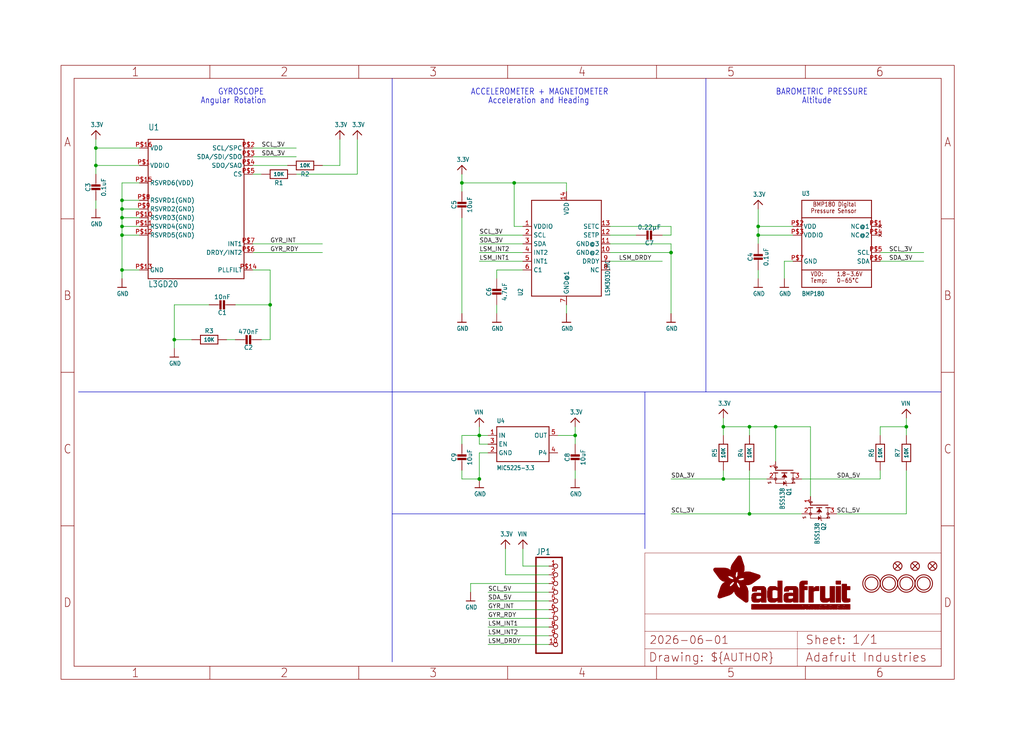
<source format=kicad_sch>
(kicad_sch (version 20230121) (generator eeschema)
  (paper "User" 298.45 217.322)
  (lib_symbols
    (symbol "working-eagle-import:3.3V" (power)
      (property "Value" "3.3V" (at -1.524 1.016 0))
      (symbol "3.3V_1_0"
        (pin power_in line (at 0 -2.54 90) (length 2.54) (name "3.3V") (number "1"))
      )
    )
    (symbol "working-eagle-import:BMP180EXT"
      (property "Reference" "U" (at -10.16 13.97 0))
      (symbol "BMP180EXT_1_0"
        (text "0-65°C" (at 0 -11.43 0) (effects (font (size 1.27 1.0795)) (justify left bottom)))
        (text "1.8-3.6V" (at 0 -9.525 0) (effects (font (size 1.27 1.0795)) (justify left bottom)))
        (text "BMP180 Digital" (at -6.985 10.795 0) (effects (font (size 1.27 1.0795)) (justify left bottom)))
        (text "Pressure Sensor" (at -7.62 8.89 0) (effects (font (size 1.27 1.0795)) (justify left bottom)))
        (text "Temp:" (at -7.62 -11.43 0) (effects (font (size 1.27 1.0795)) (justify left bottom)))
        (text "VDD:" (at -7.62 -9.525 0) (effects (font (size 1.27 1.0795)) (justify left bottom)))
        (pin no_connect line (at 12.7 5.08 180) (length 2.54) (name "NC@1") (number "P$1"))
        (pin power_in line (at -12.7 5.08 0) (length 2.54) (name "VDD") (number "P$2"))
        (pin power_in line (at -12.7 2.54 0) (length 2.54) (name "VDDIO") (number "P$3"))
        (pin no_connect line (at 12.7 2.54 180) (length 2.54) (name "NC@2") (number "P$4"))
        (pin bidirectional line (at 12.7 -2.54 180) (length 2.54) (name "SCL") (number "P$5"))
        (pin bidirectional line (at 12.7 -5.08 180) (length 2.54) (name "SDA") (number "P$6"))
        (pin power_in line (at -12.7 -5.08 0) (length 2.54) (name "GND") (number "P$7"))
      )
    )
    (symbol "working-eagle-import:CAP_CERAMIC_0805MP"
      (property "Reference" "C" (at -2.29 1.25 90))
      (symbol "CAP_CERAMIC_0805MP_1_0"
        (pin passive line (at 0 5.08 270) (length 2.54) (name "1") (number "1"))
        (pin passive line (at 0 -2.54 90) (length 2.54) (name "2") (number "2"))
      )
    )
    (symbol "working-eagle-import:FIDUCIAL{dblquote}{dblquote}")
    (symbol "working-eagle-import:FRAME_A4_ADAFRUIT"
      (symbol "FRAME_A4_ADAFRUIT_1_0"
        (text "${#}/${##}" (at 230.505 10.16 0) (effects (font (size 2.54 2.54)) (justify left bottom)))
        (text "${AUTHOR}" (at 189.23 5.08 0) (effects (font (size 2.286 2.286)) (justify left bottom)))
        (text "${CURRENT_DATE}" (at 171.45 10.16 0) (effects (font (size 2.286 2.286)) (justify left bottom)))
        (text "${PROJECTNAME}" (at 171.45 15.24 0) (effects (font (size 2.54 2.54)) (justify left bottom)))
        (text "1" (at 21.6958 1.905 0) (effects (font (size 2.54 2.286))))
        (text "1" (at 21.6958 177.165 0) (effects (font (size 2.54 2.286))))
        (text "2" (at 65.0875 1.905 0) (effects (font (size 2.54 2.286))))
        (text "2" (at 65.0875 177.165 0) (effects (font (size 2.54 2.286))))
        (text "3" (at 108.4792 1.905 0) (effects (font (size 2.54 2.286))))
        (text "3" (at 108.4792 177.165 0) (effects (font (size 2.54 2.286))))
        (text "4" (at 151.8708 1.905 0) (effects (font (size 2.54 2.286))))
        (text "4" (at 151.8708 177.165 0) (effects (font (size 2.54 2.286))))
        (text "5" (at 195.2625 1.905 0) (effects (font (size 2.54 2.286))))
        (text "5" (at 195.2625 177.165 0) (effects (font (size 2.54 2.286))))
        (text "6" (at 238.6542 1.905 0) (effects (font (size 2.54 2.286))))
        (text "6" (at 238.6542 177.165 0) (effects (font (size 2.54 2.286))))
        (text "A" (at 1.905 156.6863 0) (effects (font (size 2.54 2.286))))
        (text "A" (at 258.445 156.6863 0) (effects (font (size 2.54 2.286))))
        (text "Adafruit Industries" (at 216.916 4.953 0) (effects (font (size 2.54 2.54)) (justify left bottom)))
        (text "B" (at 1.905 111.9188 0) (effects (font (size 2.54 2.286))))
        (text "B" (at 258.445 111.9188 0) (effects (font (size 2.54 2.286))))
        (text "C" (at 1.905 67.1513 0) (effects (font (size 2.54 2.286))))
        (text "C" (at 258.445 67.1513 0) (effects (font (size 2.54 2.286))))
        (text "D" (at 1.905 22.3838 0) (effects (font (size 2.54 2.286))))
        (text "D" (at 258.445 22.3838 0) (effects (font (size 2.54 2.286))))
        (text "Drawing:" (at 171.196 4.953 0) (effects (font (size 2.54 2.54)) (justify left bottom)))
        (text "Sheet:" (at 216.916 10.033 0) (effects (font (size 2.54 2.54)) (justify left bottom)))
      )
    )
    (symbol "working-eagle-import:GND" (power)
      (property "Value" "GND" (at -1.524 -2.54 0))
      (symbol "GND_1_0"
        (pin power_in line (at 0 2.54 270) (length 2.54) (name "GND") (number "1"))
      )
    )
    (symbol "working-eagle-import:GYRO_L3G2400D"
      (property "Reference" "U" (at -15.24 22.86 0))
      (symbol "GYRO_L3G2400D_1_0"
        (pin power_in line (at -17.78 12.7 0) (length 2.54) (name "VDDIO") (number "P$1"))
        (pin bidirectional line (at -17.78 -2.54 0) (length 2.54) (name "RSVRD3(GND)") (number "P$10"))
        (pin bidirectional line (at -17.78 -5.08 0) (length 2.54) (name "RSVRD4(GND)") (number "P$11"))
        (pin bidirectional line (at -17.78 -7.62 0) (length 2.54) (name "RSVRD5(GND)") (number "P$12"))
        (pin bidirectional line (at -17.78 -17.78 0) (length 2.54) (name "GND") (number "P$13"))
        (pin bidirectional line (at 15.24 -17.78 180) (length 2.54) (name "PLLFILT") (number "P$14"))
        (pin bidirectional line (at -17.78 7.62 0) (length 2.54) (name "RSVRD6(VDD)") (number "P$15"))
        (pin bidirectional line (at -17.78 17.78 0) (length 2.54) (name "VDD") (number "P$16"))
        (pin bidirectional line (at 15.24 17.78 180) (length 2.54) (name "SCL/SPC") (number "P$2"))
        (pin bidirectional line (at 15.24 15.24 180) (length 2.54) (name "SDA/SDI/SDO") (number "P$3"))
        (pin bidirectional line (at 15.24 12.7 180) (length 2.54) (name "SDO/SAO") (number "P$4"))
        (pin bidirectional line (at 15.24 10.16 180) (length 2.54) (name "CS") (number "P$5"))
        (pin bidirectional line (at 15.24 -12.7 180) (length 2.54) (name "DRDY/INT2") (number "P$6"))
        (pin bidirectional line (at 15.24 -10.16 180) (length 2.54) (name "INT1") (number "P$7"))
        (pin bidirectional line (at -17.78 2.54 0) (length 2.54) (name "RSVRD1(GND)") (number "P$8"))
        (pin bidirectional line (at -17.78 0 0) (length 2.54) (name "RSVRD2(GND)") (number "P$9"))
      )
    )
    (symbol "working-eagle-import:HEADER-1X10ROUND"
      (property "Reference" "JP" (at -6.35 13.335 0))
      (symbol "HEADER-1X10ROUND_1_0"
        (pin passive inverted (at -2.54 10.16 0) (length 2.54) (name "1") (number "1"))
        (pin passive inverted (at -2.54 -12.7 0) (length 2.54) (name "10") (number "10"))
        (pin passive inverted (at -2.54 7.62 0) (length 2.54) (name "2") (number "2"))
        (pin passive inverted (at -2.54 5.08 0) (length 2.54) (name "3") (number "3"))
        (pin passive inverted (at -2.54 2.54 0) (length 2.54) (name "4") (number "4"))
        (pin passive inverted (at -2.54 0 0) (length 2.54) (name "5") (number "5"))
        (pin passive inverted (at -2.54 -2.54 0) (length 2.54) (name "6") (number "6"))
        (pin passive inverted (at -2.54 -5.08 0) (length 2.54) (name "7") (number "7"))
        (pin passive inverted (at -2.54 -7.62 0) (length 2.54) (name "8") (number "8"))
        (pin passive inverted (at -2.54 -10.16 0) (length 2.54) (name "9") (number "9"))
      )
    )
    (symbol "working-eagle-import:LSM303DLHC"
      (property "Reference" "U" (at -12.7 12.7 0))
      (symbol "LSM303DLHC_1_0"
        (pin power_in line (at 7.62 12.7 270) (length 2.54) (name "VDDIO") (number "1"))
        (pin power_in line (at 0 -12.7 90) (length 2.54) (name "GND@2") (number "10"))
        (pin power_in line (at 2.54 -12.7 90) (length 2.54) (name "GND@3") (number "11"))
        (pin bidirectional line (at 5.08 -12.7 90) (length 2.54) (name "SETP") (number "12"))
        (pin bidirectional line (at 7.62 -12.7 90) (length 2.54) (name "SETC") (number "13"))
        (pin power_in line (at 17.78 0 180) (length 2.54) (name "VDD") (number "14"))
        (pin bidirectional line (at 5.08 12.7 270) (length 2.54) (name "SCL") (number "2"))
        (pin bidirectional line (at 2.54 12.7 270) (length 2.54) (name "SDA") (number "3"))
        (pin output line (at 0 12.7 270) (length 2.54) (name "INT2") (number "4"))
        (pin output line (at -2.54 12.7 270) (length 2.54) (name "INT1") (number "5"))
        (pin bidirectional line (at -5.08 12.7 270) (length 2.54) (name "C1") (number "6"))
        (pin power_in line (at -15.24 0 0) (length 2.54) (name "GND@1") (number "7"))
        (pin bidirectional line (at -5.08 -12.7 90) (length 2.54) (name "NC") (number "8"))
        (pin output line (at -2.54 -12.7 90) (length 2.54) (name "DRDY") (number "9"))
      )
    )
    (symbol "working-eagle-import:MOSFET-NWIDE"
      (property "Reference" "Q" (at 5.08 0.635 0))
      (symbol "MOSFET-NWIDE_1_0"
        (text "D" (at 3.175 3.175 0) (effects (font (size 0.8128 0.6908)) (justify left bottom)))
        (text "G" (at -1.27 -1.905 0) (effects (font (size 0.8128 0.6908)) (justify left bottom)))
        (text "S" (at 3.175 -3.81 0) (effects (font (size 0.8128 0.6908)) (justify left bottom)))
        (pin bidirectional line (at -2.54 -2.54 0) (length 2.54) (name "G") (number "1"))
        (pin bidirectional line (at 2.54 -5.08 90) (length 2.54) (name "S") (number "2"))
        (pin bidirectional line (at 2.54 5.08 270) (length 2.54) (name "D") (number "3"))
      )
    )
    (symbol "working-eagle-import:MOUNTINGHOLE2.5_THICK")
    (symbol "working-eagle-import:RESISTOR_0805MP"
      (property "Reference" "R" (at 0 2.54 0))
      (symbol "RESISTOR_0805MP_1_0"
        (pin passive line (at -5.08 0 0) (length 2.54) (name "1") (number "1"))
        (pin passive line (at 5.08 0 180) (length 2.54) (name "2") (number "2"))
      )
    )
    (symbol "working-eagle-import:VIN" (power)
      (property "Value" "VIN" (at -1.524 1.016 0))
      (symbol "VIN_1_0"
        (pin power_in line (at 0 -2.54 90) (length 2.54) (name "VIN") (number "1"))
      )
    )
    (symbol "working-eagle-import:VREG_SOT23-5"
      (property "Reference" "U" (at -7.62 6.096 0))
      (symbol "VREG_SOT23-5_1_0"
        (pin power_in line (at -10.16 2.54 0) (length 2.54) (name "IN") (number "1"))
        (pin power_in line (at -10.16 -2.54 0) (length 2.54) (name "GND") (number "2"))
        (pin input line (at -10.16 0 0) (length 2.54) (name "EN") (number "3"))
        (pin bidirectional line (at 10.16 -2.54 180) (length 2.54) (name "P4") (number "4"))
        (pin power_in line (at 10.16 2.54 180) (length 2.54) (name "OUT") (number "5"))
      )
    )
  )
  (junction (at 35.56 58.42))
  (junction (at 220.98 68.58))
  (junction (at 167.64 127))
  (junction (at 220.98 66.04))
  (junction (at 134.62 53.34))
  (junction (at 264.16 124.46))
  (junction (at 35.56 66.04))
  (junction (at 210.82 139.7))
  (junction (at 139.7 127))
  (junction (at 35.56 60.96))
  (junction (at 27.94 48.26))
  (junction (at 50.8 99.06))
  (junction (at 218.44 149.86))
  (junction (at 218.44 124.46))
  (junction (at 35.56 63.5))
  (junction (at 210.82 124.46))
  (junction (at 78.74 88.9))
  (junction (at 139.7 139.7))
  (junction (at 35.56 78.74))
  (junction (at 149.86 53.34))
  (junction (at 35.56 68.58))
  (junction (at 27.94 43.18))
  (junction (at 226.06 124.46))
  (junction (at 195.58 73.66))
  (wire (pts (xy 160.02 185.42) (xy 142.24 185.42)) (stroke (width 0.1524)))
  (wire (pts (xy 152.4 71.12) (xy 139.7 71.12)) (stroke (width 0.1524)))
  (wire (pts (xy 160.02 182.88) (xy 142.24 182.88)) (stroke (width 0.1524)))
  (wire (pts (xy 256.54 124.46) (xy 264.16 124.46)) (stroke (width 0.1524)))
  (wire (pts (xy 139.7 127) (xy 139.7 124.46)) (stroke (width 0.1524)))
  (wire (pts (xy 160.02 172.72) (xy 142.24 172.72)) (stroke (width 0.1524)))
  (wire (pts (xy 152.4 76.2) (xy 139.7 76.2)) (stroke (width 0.1524)))
  (wire (pts (xy 40.64 53.34) (xy 35.56 53.34)) (stroke (width 0.1524)))
  (wire (pts (xy 226.06 124.46) (xy 226.06 134.62)) (stroke (width 0.1524)))
  (wire (pts (xy 152.4 73.66) (xy 139.7 73.66)) (stroke (width 0.1524)))
  (wire (pts (xy 40.64 68.58) (xy 35.56 68.58)) (stroke (width 0.1524)))
  (wire (pts (xy 73.66 71.12) (xy 93.98 71.12)) (stroke (width 0.1524)))
  (wire (pts (xy 104.14 50.8) (xy 104.14 40.64)) (stroke (width 0.1524)))
  (wire (pts (xy 149.86 66.04) (xy 149.86 53.34)) (stroke (width 0.1524)))
  (wire (pts (xy 256.54 76.2) (xy 269.24 76.2)) (stroke (width 0.1524)))
  (wire (pts (xy 27.94 50.8) (xy 27.94 48.26)) (stroke (width 0.1524)))
  (wire (pts (xy 134.62 137.16) (xy 134.62 139.7)) (stroke (width 0.1524)))
  (wire (pts (xy 68.58 88.9) (xy 78.74 88.9)) (stroke (width 0.1524)))
  (wire (pts (xy 152.4 66.04) (xy 149.86 66.04)) (stroke (width 0.1524)))
  (wire (pts (xy 27.94 48.26) (xy 27.94 43.18)) (stroke (width 0.1524)))
  (wire (pts (xy 142.24 180.34) (xy 160.02 180.34)) (stroke (width 0.1524)))
  (wire (pts (xy 40.64 43.18) (xy 27.94 43.18)) (stroke (width 0.1524)))
  (wire (pts (xy 40.64 66.04) (xy 35.56 66.04)) (stroke (width 0.1524)))
  (wire (pts (xy 93.98 48.26) (xy 99.06 48.26)) (stroke (width 0.1524)))
  (wire (pts (xy 27.94 58.42) (xy 27.94 60.96)) (stroke (width 0.1524)))
  (wire (pts (xy 134.62 63.5) (xy 134.62 91.44)) (stroke (width 0.1524)))
  (wire (pts (xy 160.02 170.18) (xy 137.16 170.18)) (stroke (width 0.1524)))
  (wire (pts (xy 60.96 88.9) (xy 50.8 88.9)) (stroke (width 0.1524)))
  (wire (pts (xy 195.58 71.12) (xy 195.58 73.66)) (stroke (width 0.1524)))
  (wire (pts (xy 218.44 127) (xy 218.44 124.46)) (stroke (width 0.1524)))
  (polyline (pts (xy 114.3 114.3) (xy 187.96 114.3)) (stroke (width 0.1524) (type solid)))
  (wire (pts (xy 142.24 177.8) (xy 160.02 177.8)) (stroke (width 0.1524)))
  (polyline (pts (xy 187.96 160.02) (xy 187.96 149.86)) (stroke (width 0.1524) (type solid)))
  (wire (pts (xy 167.64 127) (xy 167.64 124.46)) (stroke (width 0.1524)))
  (wire (pts (xy 40.64 58.42) (xy 35.56 58.42)) (stroke (width 0.1524)))
  (wire (pts (xy 73.66 45.72) (xy 86.36 45.72)) (stroke (width 0.1524)))
  (wire (pts (xy 231.14 68.58) (xy 220.98 68.58)) (stroke (width 0.1524)))
  (wire (pts (xy 76.2 99.06) (xy 78.74 99.06)) (stroke (width 0.1524)))
  (wire (pts (xy 177.8 73.66) (xy 195.58 73.66)) (stroke (width 0.1524)))
  (wire (pts (xy 55.88 99.06) (xy 50.8 99.06)) (stroke (width 0.1524)))
  (wire (pts (xy 68.58 99.06) (xy 66.04 99.06)) (stroke (width 0.1524)))
  (wire (pts (xy 236.22 124.46) (xy 236.22 144.78)) (stroke (width 0.1524)))
  (wire (pts (xy 134.62 55.88) (xy 134.62 53.34)) (stroke (width 0.1524)))
  (wire (pts (xy 35.56 66.04) (xy 35.56 68.58)) (stroke (width 0.1524)))
  (wire (pts (xy 134.62 127) (xy 139.7 127)) (stroke (width 0.1524)))
  (wire (pts (xy 78.74 99.06) (xy 78.74 88.9)) (stroke (width 0.1524)))
  (wire (pts (xy 134.62 139.7) (xy 139.7 139.7)) (stroke (width 0.1524)))
  (wire (pts (xy 264.16 149.86) (xy 264.16 137.16)) (stroke (width 0.1524)))
  (wire (pts (xy 40.64 63.5) (xy 35.56 63.5)) (stroke (width 0.1524)))
  (wire (pts (xy 73.66 50.8) (xy 76.2 50.8)) (stroke (width 0.1524)))
  (wire (pts (xy 160.02 167.64) (xy 147.32 167.64)) (stroke (width 0.1524)))
  (wire (pts (xy 177.8 71.12) (xy 195.58 71.12)) (stroke (width 0.1524)))
  (wire (pts (xy 35.56 60.96) (xy 35.56 63.5)) (stroke (width 0.1524)))
  (wire (pts (xy 233.68 149.86) (xy 218.44 149.86)) (stroke (width 0.1524)))
  (wire (pts (xy 218.44 137.16) (xy 218.44 149.86)) (stroke (width 0.1524)))
  (wire (pts (xy 50.8 88.9) (xy 50.8 99.06)) (stroke (width 0.1524)))
  (wire (pts (xy 226.06 124.46) (xy 236.22 124.46)) (stroke (width 0.1524)))
  (wire (pts (xy 35.56 78.74) (xy 35.56 81.28)) (stroke (width 0.1524)))
  (wire (pts (xy 144.78 78.74) (xy 144.78 81.28)) (stroke (width 0.1524)))
  (wire (pts (xy 195.58 68.58) (xy 193.04 68.58)) (stroke (width 0.1524)))
  (wire (pts (xy 139.7 132.08) (xy 139.7 139.7)) (stroke (width 0.1524)))
  (wire (pts (xy 73.66 48.26) (xy 83.82 48.26)) (stroke (width 0.1524)))
  (wire (pts (xy 35.56 58.42) (xy 35.56 60.96)) (stroke (width 0.1524)))
  (wire (pts (xy 243.84 149.86) (xy 264.16 149.86)) (stroke (width 0.1524)))
  (polyline (pts (xy 205.74 114.3) (xy 205.74 22.86)) (stroke (width 0.1524) (type solid)))
  (wire (pts (xy 256.54 139.7) (xy 256.54 137.16)) (stroke (width 0.1524)))
  (wire (pts (xy 264.16 127) (xy 264.16 124.46)) (stroke (width 0.1524)))
  (wire (pts (xy 99.06 48.26) (xy 99.06 40.64)) (stroke (width 0.1524)))
  (wire (pts (xy 137.16 170.18) (xy 137.16 172.72)) (stroke (width 0.1524)))
  (wire (pts (xy 231.14 66.04) (xy 220.98 66.04)) (stroke (width 0.1524)))
  (wire (pts (xy 40.64 60.96) (xy 35.56 60.96)) (stroke (width 0.1524)))
  (wire (pts (xy 142.24 132.08) (xy 139.7 132.08)) (stroke (width 0.1524)))
  (wire (pts (xy 35.56 63.5) (xy 35.56 66.04)) (stroke (width 0.1524)))
  (wire (pts (xy 177.8 76.2) (xy 193.04 76.2)) (stroke (width 0.1524)))
  (wire (pts (xy 256.54 127) (xy 256.54 124.46)) (stroke (width 0.1524)))
  (wire (pts (xy 134.62 129.54) (xy 134.62 127)) (stroke (width 0.1524)))
  (wire (pts (xy 210.82 121.92) (xy 210.82 124.46)) (stroke (width 0.1524)))
  (wire (pts (xy 144.78 88.9) (xy 144.78 91.44)) (stroke (width 0.1524)))
  (wire (pts (xy 149.86 53.34) (xy 165.1 53.34)) (stroke (width 0.1524)))
  (polyline (pts (xy 114.3 193.04) (xy 114.3 149.86)) (stroke (width 0.1524) (type solid)))
  (polyline (pts (xy 187.96 114.3) (xy 205.74 114.3)) (stroke (width 0.1524) (type solid)))
  (wire (pts (xy 165.1 53.34) (xy 165.1 55.88)) (stroke (width 0.1524)))
  (wire (pts (xy 40.64 78.74) (xy 35.56 78.74)) (stroke (width 0.1524)))
  (wire (pts (xy 228.6 76.2) (xy 228.6 81.28)) (stroke (width 0.1524)))
  (wire (pts (xy 218.44 124.46) (xy 226.06 124.46)) (stroke (width 0.1524)))
  (polyline (pts (xy 114.3 149.86) (xy 114.3 114.3)) (stroke (width 0.1524) (type solid)))
  (wire (pts (xy 220.98 71.12) (xy 220.98 68.58)) (stroke (width 0.1524)))
  (wire (pts (xy 167.64 127) (xy 167.64 129.54)) (stroke (width 0.1524)))
  (polyline (pts (xy 22.86 114.3) (xy 114.3 114.3)) (stroke (width 0.1524) (type solid)))
  (wire (pts (xy 152.4 165.1) (xy 152.4 160.02)) (stroke (width 0.1524)))
  (wire (pts (xy 152.4 78.74) (xy 144.78 78.74)) (stroke (width 0.1524)))
  (wire (pts (xy 210.82 124.46) (xy 218.44 124.46)) (stroke (width 0.1524)))
  (wire (pts (xy 177.8 68.58) (xy 185.42 68.58)) (stroke (width 0.1524)))
  (wire (pts (xy 223.52 139.7) (xy 210.82 139.7)) (stroke (width 0.1524)))
  (polyline (pts (xy 205.74 114.3) (xy 274.32 114.3)) (stroke (width 0.1524) (type solid)))
  (wire (pts (xy 142.24 187.96) (xy 160.02 187.96)) (stroke (width 0.1524)))
  (wire (pts (xy 142.24 129.54) (xy 139.7 129.54)) (stroke (width 0.1524)))
  (wire (pts (xy 210.82 127) (xy 210.82 124.46)) (stroke (width 0.1524)))
  (polyline (pts (xy 187.96 149.86) (xy 114.3 149.86)) (stroke (width 0.1524) (type solid)))
  (wire (pts (xy 264.16 124.46) (xy 264.16 121.92)) (stroke (width 0.1524)))
  (wire (pts (xy 218.44 149.86) (xy 195.58 149.86)) (stroke (width 0.1524)))
  (wire (pts (xy 73.66 43.18) (xy 86.36 43.18)) (stroke (width 0.1524)))
  (wire (pts (xy 142.24 127) (xy 139.7 127)) (stroke (width 0.1524)))
  (wire (pts (xy 220.98 68.58) (xy 220.98 66.04)) (stroke (width 0.1524)))
  (wire (pts (xy 160.02 165.1) (xy 152.4 165.1)) (stroke (width 0.1524)))
  (wire (pts (xy 149.86 53.34) (xy 134.62 53.34)) (stroke (width 0.1524)))
  (wire (pts (xy 139.7 129.54) (xy 139.7 127)) (stroke (width 0.1524)))
  (wire (pts (xy 152.4 68.58) (xy 139.7 68.58)) (stroke (width 0.1524)))
  (wire (pts (xy 162.56 127) (xy 167.64 127)) (stroke (width 0.1524)))
  (wire (pts (xy 210.82 139.7) (xy 195.58 139.7)) (stroke (width 0.1524)))
  (wire (pts (xy 167.64 137.16) (xy 167.64 139.7)) (stroke (width 0.1524)))
  (wire (pts (xy 134.62 53.34) (xy 134.62 50.8)) (stroke (width 0.1524)))
  (wire (pts (xy 78.74 88.9) (xy 78.74 78.74)) (stroke (width 0.1524)))
  (wire (pts (xy 231.14 76.2) (xy 228.6 76.2)) (stroke (width 0.1524)))
  (wire (pts (xy 256.54 73.66) (xy 269.24 73.66)) (stroke (width 0.1524)))
  (wire (pts (xy 147.32 167.64) (xy 147.32 160.02)) (stroke (width 0.1524)))
  (wire (pts (xy 73.66 78.74) (xy 78.74 78.74)) (stroke (width 0.1524)))
  (wire (pts (xy 177.8 66.04) (xy 195.58 66.04)) (stroke (width 0.1524)))
  (wire (pts (xy 220.98 66.04) (xy 220.98 60.96)) (stroke (width 0.1524)))
  (polyline (pts (xy 187.96 149.86) (xy 187.96 114.3)) (stroke (width 0.1524) (type solid)))
  (wire (pts (xy 27.94 43.18) (xy 27.94 40.64)) (stroke (width 0.1524)))
  (wire (pts (xy 35.56 53.34) (xy 35.56 58.42)) (stroke (width 0.1524)))
  (wire (pts (xy 220.98 78.74) (xy 220.98 81.28)) (stroke (width 0.1524)))
  (wire (pts (xy 195.58 66.04) (xy 195.58 68.58)) (stroke (width 0.1524)))
  (wire (pts (xy 73.66 73.66) (xy 93.98 73.66)) (stroke (width 0.1524)))
  (wire (pts (xy 50.8 99.06) (xy 50.8 101.6)) (stroke (width 0.1524)))
  (wire (pts (xy 233.68 139.7) (xy 256.54 139.7)) (stroke (width 0.1524)))
  (polyline (pts (xy 114.3 114.3) (xy 114.3 22.86)) (stroke (width 0.1524) (type solid)))
  (wire (pts (xy 86.36 50.8) (xy 104.14 50.8)) (stroke (width 0.1524)))
  (wire (pts (xy 160.02 175.26) (xy 142.24 175.26)) (stroke (width 0.1524)))
  (wire (pts (xy 35.56 68.58) (xy 35.56 78.74)) (stroke (width 0.1524)))
  (wire (pts (xy 165.1 88.9) (xy 165.1 91.44)) (stroke (width 0.1524)))
  (wire (pts (xy 210.82 137.16) (xy 210.82 139.7)) (stroke (width 0.1524)))
  (wire (pts (xy 195.58 73.66) (xy 195.58 91.44)) (stroke (width 0.1524)))
  (wire (pts (xy 40.64 48.26) (xy 27.94 48.26)) (stroke (width 0.1524)))
  (text "Angular Rotation" (at 58.42 30.48 0) (effects (font (size 1.778 1.5113)) (justify left bottom)))
  (text "Acceleration and Heading" (at 142.24 30.48 0) (effects (font (size 1.778 1.5113)) (justify left bottom)))
  (text "ACCELEROMETER + MAGNETOMETER" (at 137.16 27.94 0) (effects (font (size 1.778 1.5113)) (justify left bottom)))
  (text "GYROSCOPE" (at 63.5 27.94 0) (effects (font (size 1.778 1.5113)) (justify left bottom)))
  (text "Altitude" (at 233.68 30.48 0) (effects (font (size 1.778 1.5113)) (justify left bottom)))
  (text "BAROMETRIC PRESSURE" (at 226.06 27.94 0) (effects (font (size 1.778 1.5113)) (justify left bottom)))
  (label "LSM_INT2" (at 142.24 185.42 0) (effects (font (size 1.2446 1.2446))))
  (label "SCL_3V" (at 139.7 68.58 0) (effects (font (size 1.2446 1.2446))))
  (label "SDA_5V" (at 243.84 139.7 0) (effects (font (size 1.2446 1.2446))))
  (label "SCL_3V" (at 76.2 43.18 0) (effects (font (size 1.2446 1.2446))))
  (label "SDA_3V" (at 259.08 76.2 0) (effects (font (size 1.2446 1.2446))))
  (label "GYR_RDY" (at 78.74 73.66 0) (effects (font (size 1.2446 1.2446))))
  (label "SCL_5V" (at 243.84 149.86 0) (effects (font (size 1.2446 1.2446))))
  (label "SDA_3V" (at 139.7 71.12 0) (effects (font (size 1.2446 1.2446))))
  (label "SDA_3V" (at 76.2 45.72 0) (effects (font (size 1.2446 1.2446))))
  (label "LSM_INT1" (at 142.24 182.88 0) (effects (font (size 1.2446 1.2446))))
  (label "SDA_5V" (at 142.24 175.26 0) (effects (font (size 1.2446 1.2446))))
  (label "LSM_DRDY" (at 180.34 76.2 0) (effects (font (size 1.2446 1.2446))))
  (label "SCL_5V" (at 142.24 172.72 0) (effects (font (size 1.2446 1.2446))))
  (label "SCL_3V" (at 259.08 73.66 0) (effects (font (size 1.2446 1.2446))))
  (label "LSM_INT1" (at 139.7 76.2 0) (effects (font (size 1.2446 1.2446))))
  (label "GYR_INT" (at 78.74 71.12 0) (effects (font (size 1.2446 1.2446))))
  (label "GYR_INT" (at 142.24 177.8 0) (effects (font (size 1.2446 1.2446))))
  (label "LSM_DRDY" (at 142.24 187.96 0) (effects (font (size 1.2446 1.2446))))
  (label "LSM_INT2" (at 139.7 73.66 0) (effects (font (size 1.2446 1.2446))))
  (label "GYR_RDY" (at 142.24 180.34 0) (effects (font (size 1.2446 1.2446))))
  (label "SDA_3V" (at 195.58 139.7 0) (effects (font (size 1.2446 1.2446))))
  (label "SCL_3V" (at 195.58 149.86 0) (effects (font (size 1.2446 1.2446))))
  (symbol (lib_id "working-eagle-import:GND") (at 165.1 93.98 0) (unit 1)
    (property "Reference" "#U$13" (effects hide))
    (property "Value" "GND" (at 163.576 96.52 0) (effects (font (size 1.27 1.0795)) (justify left bottom)))
  )
  (symbol (lib_id "working-eagle-import:LSM303DLHC") (at 165.1 73.66 90) (unit 1)
    (property "Reference" "U2" (at 152.4 86.36 0) (effects (font (size 1.27 1.0795)) (justify left bottom)))
    (property "Value" "LSM303DLHC" (at 177.8 86.36 0) (effects (font (size 1.27 1.0795)) (justify left bottom)))
    (property "Footprint" "working:LGA14" (effects hide))
  )
  (symbol (lib_id "working-eagle-import:CAP_CERAMIC_0805MP") (at 73.66 99.06 90) (unit 1)
    (property "Reference" "C2" (at 72.41 101.35 90))
    (property "Value" "470nF" (at 72.41 96.76 90))
    (property "Footprint" "working:_0805MP" (effects hide))
  )
  (symbol (lib_id "working-eagle-import:GYRO_L3G2400D") (at 58.42 60.96 0) (unit 1)
    (property "Reference" "U1" (at 43.18 38.1 0) (effects (font (size 1.778 1.5113)) (justify left bottom)))
    (property "Value" "L3GD20" (at 43.18 83.82 0) (effects (font (size 1.778 1.5113)) (justify left bottom)))
    (property "Footprint" "working:L3G4200D_LGA16L" (effects hide))
  )
  (symbol (lib_id "working-eagle-import:GND") (at 195.58 93.98 0) (unit 1)
    (property "Reference" "#U$15" (effects hide))
    (property "Value" "GND" (at 194.056 96.52 0) (effects (font (size 1.27 1.0795)) (justify left bottom)))
  )
  (symbol (lib_id "working-eagle-import:GND") (at 27.94 63.5 0) (unit 1)
    (property "Reference" "#U$6" (effects hide))
    (property "Value" "GND" (at 26.416 66.04 0) (effects (font (size 1.27 1.0795)) (justify left bottom)))
  )
  (symbol (lib_id "working-eagle-import:RESISTOR_0805MP") (at 218.44 132.08 90) (unit 1)
    (property "Reference" "R4" (at 215.9 132.08 0))
    (property "Value" "10K" (at 218.44 132.08 0) (effects (font (size 1.016 1.016) bold)))
    (property "Footprint" "working:_0805MP" (effects hide))
  )
  (symbol (lib_id "working-eagle-import:3.3V") (at 210.82 119.38 0) (unit 1)
    (property "Reference" "#U$20" (effects hide))
    (property "Value" "3.3V" (at 209.296 118.364 0) (effects (font (size 1.27 1.0795)) (justify left bottom)))
  )
  (symbol (lib_id "working-eagle-import:RESISTOR_0805MP") (at 210.82 132.08 90) (unit 1)
    (property "Reference" "R5" (at 208.28 132.08 0))
    (property "Value" "10K" (at 210.82 132.08 0) (effects (font (size 1.016 1.016) bold)))
    (property "Footprint" "working:_0805MP" (effects hide))
  )
  (symbol (lib_id "working-eagle-import:HEADER-1X10ROUND") (at 162.56 175.26 0) (unit 1)
    (property "Reference" "JP1" (at 156.21 161.925 0) (effects (font (size 1.778 1.5113)) (justify left bottom)))
    (property "Value" "HEADER-1X10ROUND" (effects hide))
    (property "Footprint" "working:1X10_ROUND" (effects hide))
  )
  (symbol (lib_id "working-eagle-import:VIN") (at 152.4 157.48 0) (unit 1)
    (property "Reference" "#U$22" (effects hide))
    (property "Value" "VIN" (at 150.876 156.464 0) (effects (font (size 1.27 1.0795)) (justify left bottom)))
  )
  (symbol (lib_id "working-eagle-import:CAP_CERAMIC_0805MP") (at 167.64 134.62 0) (unit 1)
    (property "Reference" "C8" (at 165.35 133.37 90))
    (property "Value" "10uF" (at 169.94 133.37 90))
    (property "Footprint" "working:_0805MP" (effects hide))
  )
  (symbol (lib_id "working-eagle-import:CAP_CERAMIC_0805MP") (at 134.62 134.62 0) (unit 1)
    (property "Reference" "C9" (at 132.33 133.37 90))
    (property "Value" "10uF" (at 136.92 133.37 90))
    (property "Footprint" "working:_0805MP" (effects hide))
  )
  (symbol (lib_id "working-eagle-import:3.3V") (at 99.06 38.1 0) (unit 1)
    (property "Reference" "#U$2" (effects hide))
    (property "Value" "3.3V" (at 97.536 37.084 0) (effects (font (size 1.27 1.0795)) (justify left bottom)))
  )
  (symbol (lib_id "working-eagle-import:GND") (at 50.8 104.14 0) (unit 1)
    (property "Reference" "#U$5" (effects hide))
    (property "Value" "GND" (at 49.276 106.68 0) (effects (font (size 1.27 1.0795)) (justify left bottom)))
  )
  (symbol (lib_id "working-eagle-import:VIN") (at 264.16 119.38 0) (unit 1)
    (property "Reference" "#U$21" (effects hide))
    (property "Value" "VIN" (at 262.636 118.364 0) (effects (font (size 1.27 1.0795)) (justify left bottom)))
  )
  (symbol (lib_id "working-eagle-import:MOUNTINGHOLE2.5_THICK") (at 259.08 170.18 0) (unit 1)
    (property "Reference" "U$30" (effects hide))
    (property "Value" "MOUNTINGHOLE2.5_THICK" (effects hide))
    (property "Footprint" "working:MOUNTINGHOLE_2.5_PLATED_THICK" (effects hide))
  )
  (symbol (lib_id "working-eagle-import:MOUNTINGHOLE2.5_THICK") (at 254 170.18 0) (unit 1)
    (property "Reference" "U$31" (effects hide))
    (property "Value" "MOUNTINGHOLE2.5_THICK" (effects hide))
    (property "Footprint" "working:MOUNTINGHOLE_2.5_PLATED_THICK" (effects hide))
  )
  (symbol (lib_id "working-eagle-import:GND") (at 220.98 83.82 0) (unit 1)
    (property "Reference" "#U$8" (effects hide))
    (property "Value" "GND" (at 219.456 86.36 0) (effects (font (size 1.27 1.0795)) (justify left bottom)))
  )
  (symbol (lib_id "working-eagle-import:GND") (at 35.56 83.82 0) (unit 1)
    (property "Reference" "#U$3" (effects hide))
    (property "Value" "GND" (at 34.036 86.36 0) (effects (font (size 1.27 1.0795)) (justify left bottom)))
  )
  (symbol (lib_id "working-eagle-import:MOUNTINGHOLE2.5_THICK") (at 269.24 170.18 0) (unit 1)
    (property "Reference" "U$28" (effects hide))
    (property "Value" "MOUNTINGHOLE2.5_THICK" (effects hide))
    (property "Footprint" "working:MOUNTINGHOLE_2.5_PLATED_THICK" (effects hide))
  )
  (symbol (lib_id "working-eagle-import:RESISTOR_0805MP") (at 88.9 48.26 180) (unit 1)
    (property "Reference" "R2" (at 88.9 50.8 0))
    (property "Value" "10K" (at 88.9 48.26 0) (effects (font (size 1.016 1.016) bold)))
    (property "Footprint" "working:_0805MP" (effects hide))
  )
  (symbol (lib_id "working-eagle-import:GND") (at 228.6 83.82 0) (unit 1)
    (property "Reference" "#U$9" (effects hide))
    (property "Value" "GND" (at 227.076 86.36 0) (effects (font (size 1.27 1.0795)) (justify left bottom)))
  )
  (symbol (lib_id "working-eagle-import:MOSFET-NWIDE") (at 228.6 137.16 270) (unit 1)
    (property "Reference" "Q1" (at 229.235 142.24 0) (effects (font (size 1.27 1.0795)) (justify left bottom)))
    (property "Value" "BSS138" (at 227.33 142.24 0) (effects (font (size 1.27 1.0795)) (justify left bottom)))
    (property "Footprint" "working:SOT23-WIDE" (effects hide))
  )
  (symbol (lib_id "working-eagle-import:VREG_SOT23-5") (at 152.4 129.54 0) (unit 1)
    (property "Reference" "U4" (at 144.78 123.444 0) (effects (font (size 1.27 1.0795)) (justify left bottom)))
    (property "Value" "MIC5225-3.3" (at 144.78 137.16 0) (effects (font (size 1.27 1.0795)) (justify left bottom)))
    (property "Footprint" "working:SOT23-5" (effects hide))
  )
  (symbol (lib_id "working-eagle-import:CAP_CERAMIC_0805MP") (at 27.94 55.88 0) (unit 1)
    (property "Reference" "C3" (at 25.65 54.63 90))
    (property "Value" "0.1uF" (at 30.24 54.63 90))
    (property "Footprint" "working:_0805MP" (effects hide))
  )
  (symbol (lib_id "working-eagle-import:3.3V") (at 134.62 48.26 0) (unit 1)
    (property "Reference" "#U$11" (effects hide))
    (property "Value" "3.3V" (at 133.096 47.244 0) (effects (font (size 1.27 1.0795)) (justify left bottom)))
  )
  (symbol (lib_id "working-eagle-import:GND") (at 134.62 93.98 0) (unit 1)
    (property "Reference" "#U$12" (effects hide))
    (property "Value" "GND" (at 133.096 96.52 0) (effects (font (size 1.27 1.0795)) (justify left bottom)))
  )
  (symbol (lib_id "working-eagle-import:RESISTOR_0805MP") (at 264.16 132.08 90) (unit 1)
    (property "Reference" "R7" (at 261.62 132.08 0))
    (property "Value" "10K" (at 264.16 132.08 0) (effects (font (size 1.016 1.016) bold)))
    (property "Footprint" "working:_0805MP" (effects hide))
  )
  (symbol (lib_id "working-eagle-import:FRAME_A4_ADAFRUIT") (at 17.78 198.12 0) (unit 1)
    (property "Reference" "#U$1" (effects hide))
    (property "Value" "FRAME_A4_ADAFRUIT" (effects hide))
  )
  (symbol (lib_id "working-eagle-import:GND") (at 144.78 93.98 0) (unit 1)
    (property "Reference" "#U$14" (effects hide))
    (property "Value" "GND" (at 143.256 96.52 0) (effects (font (size 1.27 1.0795)) (justify left bottom)))
  )
  (symbol (lib_id "working-eagle-import:3.3V") (at 27.94 38.1 0) (unit 1)
    (property "Reference" "#U$7" (effects hide))
    (property "Value" "3.3V" (at 26.416 37.084 0) (effects (font (size 1.27 1.0795)) (justify left bottom)))
  )
  (symbol (lib_id "working-eagle-import:3.3V") (at 220.98 58.42 0) (unit 1)
    (property "Reference" "#U$10" (effects hide))
    (property "Value" "3.3V" (at 219.456 57.404 0) (effects (font (size 1.27 1.0795)) (justify left bottom)))
  )
  (symbol (lib_id "working-eagle-import:RESISTOR_0805MP") (at 81.28 50.8 180) (unit 1)
    (property "Reference" "R1" (at 81.28 53.34 0))
    (property "Value" "10K" (at 81.28 50.8 0) (effects (font (size 1.016 1.016) bold)))
    (property "Footprint" "working:_0805MP" (effects hide))
  )
  (symbol (lib_id "working-eagle-import:VIN") (at 139.7 121.92 0) (unit 1)
    (property "Reference" "#U$18" (effects hide))
    (property "Value" "VIN" (at 138.176 120.904 0) (effects (font (size 1.27 1.0795)) (justify left bottom)))
  )
  (symbol (lib_id "working-eagle-import:GND") (at 167.64 142.24 0) (unit 1)
    (property "Reference" "#U$17" (effects hide))
    (property "Value" "GND" (at 166.116 144.78 0) (effects (font (size 1.27 1.0795)) (justify left bottom)))
  )
  (symbol (lib_id "working-eagle-import:RESISTOR_0805MP") (at 256.54 132.08 90) (unit 1)
    (property "Reference" "R6" (at 254 132.08 0))
    (property "Value" "10K" (at 256.54 132.08 0) (effects (font (size 1.016 1.016) bold)))
    (property "Footprint" "working:_0805MP" (effects hide))
  )
  (symbol (lib_id "working-eagle-import:BMP180EXT") (at 243.84 71.12 0) (unit 1)
    (property "Reference" "U3" (at 233.68 57.15 0) (effects (font (size 1.27 1.0795)) (justify left bottom)))
    (property "Value" "BMP180" (at 233.68 86.36 0) (effects (font (size 1.27 1.0795)) (justify left bottom)))
    (property "Footprint" "working:BMP180_EXTENDED" (effects hide))
  )
  (symbol (lib_id "working-eagle-import:CAP_CERAMIC_0805MP") (at 190.5 68.58 90) (unit 1)
    (property "Reference" "C7" (at 189.25 70.87 90))
    (property "Value" "0.22µF" (at 189.25 66.28 90))
    (property "Footprint" "working:_0805MP" (effects hide))
  )
  (symbol (lib_id "working-eagle-import:3.3V") (at 104.14 38.1 0) (unit 1)
    (property "Reference" "#U$4" (effects hide))
    (property "Value" "3.3V" (at 102.616 37.084 0) (effects (font (size 1.27 1.0795)) (justify left bottom)))
  )
  (symbol (lib_id "working-eagle-import:FIDUCIAL{dblquote}{dblquote}") (at 266.7 165.1 0) (unit 1)
    (property "Reference" "FID2" (effects hide))
    (property "Value" "FIDUCIAL{dblquote}{dblquote}" (effects hide))
    (property "Footprint" "working:FIDUCIAL_1MM" (effects hide))
  )
  (symbol (lib_id "working-eagle-import:3.3V") (at 147.32 157.48 0) (unit 1)
    (property "Reference" "#U$23" (effects hide))
    (property "Value" "3.3V" (at 145.796 156.464 0) (effects (font (size 1.27 1.0795)) (justify left bottom)))
  )
  (symbol (lib_id "working-eagle-import:MOSFET-NWIDE") (at 238.76 147.32 270) (unit 1)
    (property "Reference" "Q2" (at 239.395 152.4 0) (effects (font (size 1.27 1.0795)) (justify left bottom)))
    (property "Value" "BSS138" (at 237.49 152.4 0) (effects (font (size 1.27 1.0795)) (justify left bottom)))
    (property "Footprint" "working:SOT23-WIDE" (effects hide))
  )
  (symbol (lib_id "working-eagle-import:CAP_CERAMIC_0805MP") (at 134.62 60.96 0) (unit 1)
    (property "Reference" "C5" (at 132.33 59.71 90))
    (property "Value" "10uF" (at 136.92 59.71 90))
    (property "Footprint" "working:_0805MP" (effects hide))
  )
  (symbol (lib_id "working-eagle-import:FIDUCIAL{dblquote}{dblquote}") (at 261.62 165.1 0) (unit 1)
    (property "Reference" "FID3" (effects hide))
    (property "Value" "FIDUCIAL{dblquote}{dblquote}" (effects hide))
    (property "Footprint" "working:FIDUCIAL_1MM" (effects hide))
  )
  (symbol (lib_id "working-eagle-import:CAP_CERAMIC_0805MP") (at 220.98 76.2 0) (unit 1)
    (property "Reference" "C4" (at 218.69 74.95 90))
    (property "Value" "0.1uF" (at 223.28 74.95 90))
    (property "Footprint" "working:_0805MP" (effects hide))
  )
  (symbol (lib_id "working-eagle-import:FIDUCIAL{dblquote}{dblquote}") (at 271.78 165.1 0) (unit 1)
    (property "Reference" "FID1" (effects hide))
    (property "Value" "FIDUCIAL{dblquote}{dblquote}" (effects hide))
    (property "Footprint" "working:FIDUCIAL_1MM" (effects hide))
  )
  (symbol (lib_id "working-eagle-import:RESISTOR_0805MP") (at 60.96 99.06 0) (unit 1)
    (property "Reference" "R3" (at 60.96 96.52 0))
    (property "Value" "10K" (at 60.96 99.06 0) (effects (font (size 1.016 1.016) bold)))
    (property "Footprint" "working:_0805MP" (effects hide))
  )
  (symbol (lib_id "working-eagle-import:3.3V") (at 167.64 121.92 0) (unit 1)
    (property "Reference" "#U$16" (effects hide))
    (property "Value" "3.3V" (at 166.116 120.904 0) (effects (font (size 1.27 1.0795)) (justify left bottom)))
  )
  (symbol (lib_id "working-eagle-import:GND") (at 139.7 142.24 0) (unit 1)
    (property "Reference" "#U$19" (effects hide))
    (property "Value" "GND" (at 138.176 144.78 0) (effects (font (size 1.27 1.0795)) (justify left bottom)))
  )
  (symbol (lib_id "working-eagle-import:GND") (at 137.16 175.26 0) (unit 1)
    (property "Reference" "#U$24" (effects hide))
    (property "Value" "GND" (at 135.636 177.8 0) (effects (font (size 1.27 1.0795)) (justify left bottom)))
  )
  (symbol (lib_id "working-eagle-import:MOUNTINGHOLE2.5_THICK") (at 264.16 170.18 0) (unit 1)
    (property "Reference" "U$29" (effects hide))
    (property "Value" "MOUNTINGHOLE2.5_THICK" (effects hide))
    (property "Footprint" "working:MOUNTINGHOLE_2.5_PLATED_THICK" (effects hide))
  )
  (symbol (lib_id "working-eagle-import:CAP_CERAMIC_0805MP") (at 144.78 86.36 0) (unit 1)
    (property "Reference" "C6" (at 142.49 85.11 90))
    (property "Value" "4.7uF" (at 147.08 85.11 90))
    (property "Footprint" "working:_0805MP" (effects hide))
  )
  (symbol (lib_id "working-eagle-import:CAP_CERAMIC_0805MP") (at 66.04 88.9 90) (unit 1)
    (property "Reference" "C1" (at 64.79 91.19 90))
    (property "Value" "10nF" (at 64.79 86.6 90))
    (property "Footprint" "working:_0805MP" (effects hide))
  )
)
</source>
